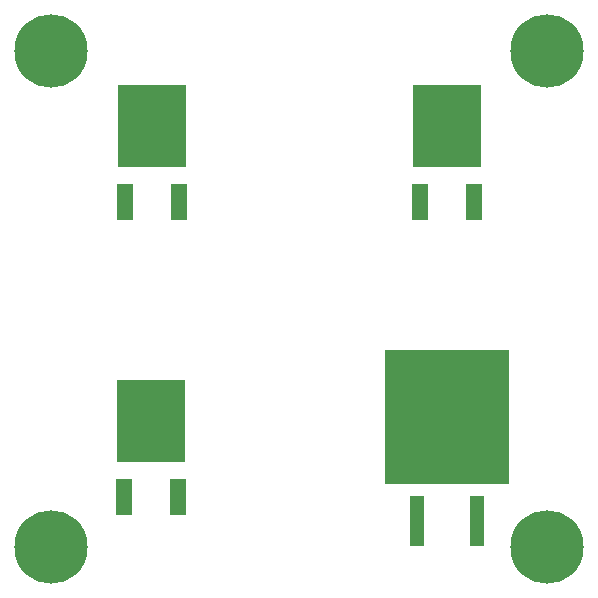
<source format=gts>
%FSTAX23Y23*%
%MOIN*%
%SFA1B1*%

%IPPOS*%
%ADD16R,0.417450X0.448950*%
%ADD17R,0.045400X0.169420*%
%ADD18R,0.230440X0.271780*%
%ADD19R,0.055240X0.124140*%
%ADD20C,0.244220*%
%LNalu_test-1*%
%LPD*%
G54D16*
X04887Y02626D03*
G54D17*
X04987Y02278D03*
X04787D03*
G54D18*
X039Y02612D03*
X04887Y03596D03*
X03905D03*
G54D19*
X0399Y02358D03*
X0381D03*
X04977Y03342D03*
X04797D03*
X03995D03*
X03815D03*
G54D20*
X05221Y02191D03*
X03567D03*
Y03845D03*
X05221D03*
M02*
</source>
